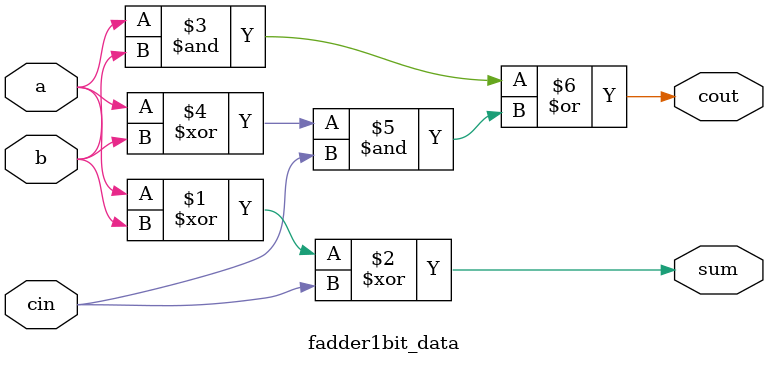
<source format=v>
module fadder1bit_data(a,b,sum,cout,cin);
	input a,b,cin;
	output cout,sum;
	wire w1,w2,w3;
	assign sum=((a^b)^cin);
	assign cout=((a&b)|((a^b)&cin));

endmodule

// module tb_fadder1bit;
// 	reg a,b,cin;
// 	wire cout,sum;
// 	fadder1bit_data f1b(a,b,sum,cout,cin);
// 	initial
// 		begin
// 			$monitor(,$time," a=%b , b=%b, cin=%b, sum=%b, cout=%b",a,b,cin,sum,cout);
// 			#0 a=1'b0;b=1'b0;cin=1'b0;
// 			#2 a=1'b0;b=1'b0;cin=1'b1;
// 			#2 a=1'b0;b=1'b1;cin=1'b0;
// 			#2 a=1'b0;b=1'b1;cin=1'b1;
// 			#2 a=1'b1;b=1'b0;cin=1'b0;
// 			#2 a=1'b1;b=1'b0;cin=1'b1;
// 			#2 a=1'b1;b=1'b1;cin=1'b0;
// 			#2 a=1'b1;b=1'b1;cin=1'b1;
// 			$finish;
// 		end
// endmodule
</source>
